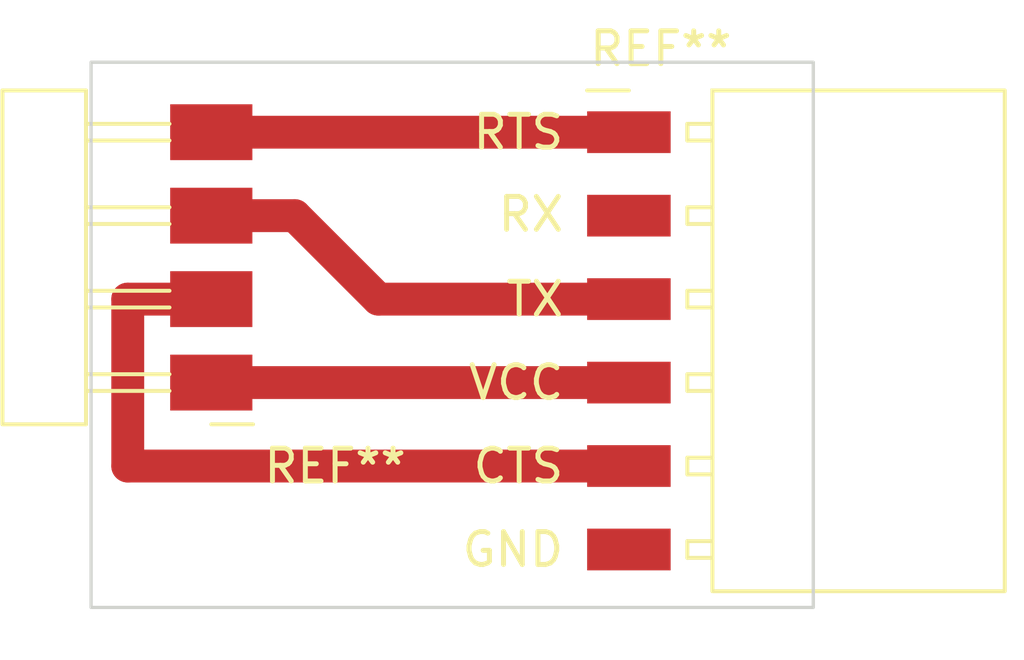
<source format=kicad_pcb>
(kicad_pcb (version 20211014) (generator pcbnew)
  (layers (0 "F.Cu" signal) (31 "B.Cu" signal) (34 "B.Paste" user) (35 "F.Paste" user) (36 "B.SilkS" user "B.Silkscreen") (37 "F.SilkS" user "F.Silkscreen") (38 "B.Mask" user) (39 "F.Mask" user) (44 "Edge.Cuts" user))
  (net 0 "")
  (footprint "fab:PinHeader_1x04_P2.54mm_Horizontal_SMD" (layer "F.Cu") (at 88.9 50.8 180)
    (fp_text reference "REF**" (at -1.524 -2.54) (layer "F.SilkS") (effects (justify left)))
    (fp_text value "PinHeader_1x04")
    (fp_line (start 3.81 7.366) (end 1.27 7.366) (layer "F.SilkS") (width 0.12))
    (fp_line (start 3.81 -1.27) (end 6.35 -1.27) (layer "F.SilkS") (width 0.12))
    (fp_line (start 3.81 4.826) (end 1.27 4.826) (layer "F.SilkS") (width 0.12))
    (fp_line (start 3.81 -0.254) (end 1.27 -0.254) (layer "F.SilkS") (width 0.12))
    (fp_line (start 6.35 -1.27) (end 6.35 8.89) (layer "F.SilkS") (width 0.12))
    (fp_line (start -1.27 -1.27) (end 0 -1.27) (layer "F.SilkS") (width 0.12))
    (fp_line (start 3.81 2.794) (end 1.27 2.794) (layer "F.SilkS") (width 0.12))
    (fp_line (start 3.81 8.89) (end 3.81 -1.27) (layer "F.SilkS") (width 0.12))
    (fp_line (start 3.81 5.334) (end 1.27 5.334) (layer "F.SilkS") (width 0.12))
    (fp_line (start 3.81 7.874) (end 1.27 7.874) (layer "F.SilkS") (width 0.12))
    (fp_line (start 6.35 8.89) (end 3.81 8.89) (layer "F.SilkS") (width 0.12))
    (fp_line (start 3.81 2.286) (end 1.27 2.286) (layer "F.SilkS") (width 0.12))
    (fp_line (start 3.81 0.254) (end 1.27 0.254) (layer "F.SilkS") (width 0.12))
    (pad "1" smd rect locked (at 0 0 180) (size 2.5 1.7) (layers "F.Cu" "F.Paste" "F.Mask"))
    (pad "2" smd rect locked (at 0 2.54 180) (size 2.5 1.7) (layers "F.Cu" "F.Paste" "F.Mask"))
    (pad "3" smd rect locked (at 0 5.08 180) (size 2.5 1.7) (layers "F.Cu" "F.Paste" "F.Mask"))
    (pad "4" smd rect locked (at 0 7.62 180) (size 2.5 1.7) (layers "F.Cu" "F.Paste" "F.Mask"))
  )
  (footprint "fab:Socket_FTDI_01x06_P2.54mm_Horizontal_SMD" (layer "F.Cu") (at 101.6 43.18)
    (fp_text reference "REF**" (at -1.27 -2.54 180) (layer "F.SilkS") (effects (justify left)))
    (fp_text value "PinHeader_FTDI_01x06")
    (fp_text user "RX" (at -1.905 2.5) (layer "F.SilkS") (effects (justify right)))
    (fp_text user "TX" (at -1.905 5.08) (layer "F.SilkS") (effects (justify right)))
    (fp_text user "RTS" (at -1.905 0) (layer "F.SilkS") (effects (justify right)))
    (fp_text user "CTS" (at -1.905 10.16) (layer "F.SilkS") (effects (justify right)))
    (fp_text user "GND" (at -1.905 12.7) (layer "F.SilkS") (effects (justify right)))
    (fp_text user "VCC" (at -1.905 7.62) (layer "F.SilkS") (effects (justify right)))
    (fp_line (start 2.54 7.366) (end 1.778 7.366) (layer "F.SilkS") (width 0.12))
    (fp_line (start 1.778 7.366) (end 1.778 7.874) (layer "F.SilkS") (width 0.12))
    (fp_line (start 2.54 4.826) (end 1.778 4.826) (layer "F.SilkS") (width 0.12))
    (fp_line (start 1.778 4.826) (end 1.778 5.334) (layer "F.SilkS") (width 0.12))
    (fp_line (start 1.778 2.286) (end 1.778 2.794) (layer "F.SilkS") (width 0.12))
    (fp_line (start 1.778 12.446) (end 1.778 12.954) (layer "F.SilkS") (width 0.12))
    (fp_line (start 1.778 0.254) (end 2.54 0.254) (layer "F.SilkS") (width 0.12))
    (fp_line (start 1.778 10.414) (end 2.54 10.414) (layer "F.SilkS") (width 0.12))
    (fp_line (start 1.778 12.954) (end 2.54 12.954) (layer "F.SilkS") (width 0.12))
    (fp_line (start -1.27 -1.27) (end 0 -1.27) (layer "F.SilkS") (width 0.12))
    (fp_line (start 2.54 2.286) (end 1.778 2.286) (layer "F.SilkS") (width 0.12))
    (fp_line (start 1.778 5.334) (end 2.54 5.334) (layer "F.SilkS") (width 0.12))
    (fp_line (start 2.54 -0.254) (end 1.778 -0.254) (layer "F.SilkS") (width 0.12))
    (fp_line (start 2.54 12.446) (end 1.778 12.446) (layer "F.SilkS") (width 0.12))
    (fp_line (start 1.778 -0.254) (end 1.778 0.254) (layer "F.SilkS") (width 0.12))
    (fp_line (start 1.778 2.794) (end 2.54 2.794) (layer "F.SilkS") (width 0.12))
    (fp_line (start 1.778 9.906) (end 1.778 10.414) (layer "F.SilkS") (width 0.12))
    (fp_line (start 1.778 7.874) (end 2.54 7.874) (layer "F.SilkS") (width 0.12))
    (fp_line (start 1.778 0.254) (end 1.778 -0.254) (layer "F.SilkS") (width 0.12))
    (fp_line (start 2.54 9.906) (end 1.778 9.906) (layer "F.SilkS") (width 0.12))
    (fp_rect (start 2.54 -1.27) (end 11.43 13.97) (layer "F.SilkS") (width 0.12) (fill none))
    (pad "1" smd rect (at 0 12.7) (size 2.54 1.27) (layers "F.Cu" "F.Paste" "F.Mask"))
    (pad "2" smd rect (at 0 10.16) (size 2.54 1.27) (layers "F.Cu" "F.Paste" "F.Mask"))
    (pad "3" smd rect (at 0 7.62) (size 2.54 1.27) (layers "F.Cu" "F.Paste" "F.Mask"))
    (pad "4" smd rect (at 0 5.08) (size 2.54 1.27) (layers "F.Cu" "F.Paste" "F.Mask"))
    (pad "5" smd rect (at 0 2.54) (size 2.54 1.27) (layers "F.Cu" "F.Paste" "F.Mask"))
    (pad "6" smd rect (at 0 0) (size 2.54 1.27) (layers "F.Cu" "F.Paste" "F.Mask"))
  )
  (gr_rect (start 85.244788 41.050975) (end 107.207776 57.643451) (layer "Edge.Cuts") (width 0.1) (fill none))
  (segment (start 101.6 43.18) (end 88.9 43.18) (width 1) (layer "F.Cu") (net 0))
  (segment (start 86.36 48.26) (end 86.36 53.34) (width 1) (layer "F.Cu") (net 0))
  (segment (start 88.9 48.26) (end 86.36 48.26) (width 1) (layer "F.Cu") (net 0))
  (segment (start 88.9 50.8) (end 101.6 50.8) (width 1) (layer "F.Cu") (net 0))
  (segment (start 88.9 45.72) (end 91.44 45.72) (width 1) (layer "F.Cu") (net 0))
  (segment (start 86.36 53.34) (end 101.6 53.34) (width 1) (layer "F.Cu") (net 0))
  (segment (start 93.98 48.26) (end 101.6 48.26) (width 1) (layer "F.Cu") (net 0))
  (segment (start 91.44 45.72) (end 93.98 48.26) (width 1) (layer "F.Cu") (net 0))
)
</source>
